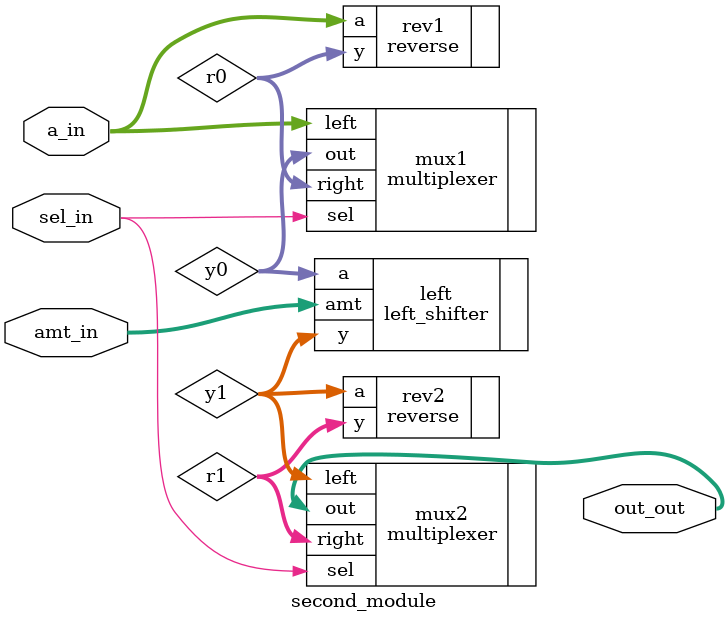
<source format=v>
`timescale 1ns / 1ps
module second_module
	(
	input wire [7:0] a_in,
	input wire [2:0] amt_in,
	input wire sel_in,
	output wire [7:0] out_out
	);
	 
	wire [7:0] r0, r1;
	wire [7:0] y0, y1;
	 
	// instantiate reverse
	reverse rev1
		(.a(a_in), .y(r0));
	// instantiate multiplexer
	multiplexer mux1
		(.left(a_in), .right(r0), .sel(sel_in), .out(y0));
	// instantiate left_shifter
	left_shifter left
		(.a(y0), .amt(amt_in), .y(y1));
	// instantiate reverse
	reverse rev2
		(.a(y1), .y(r1));
	// instantiate multiplexer
	multiplexer mux2
		(.left(y1), .right(r1), .sel(sel_in), .out(out_out));

endmodule

</source>
